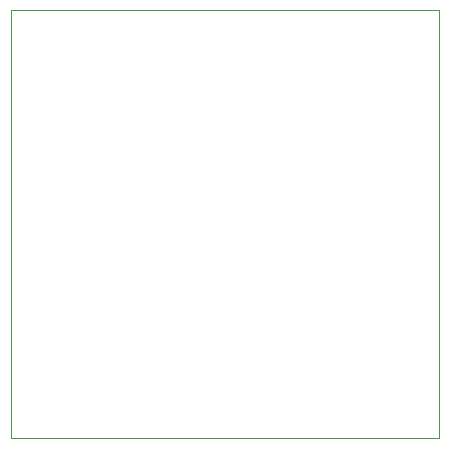
<source format=gbr>
G04 #@! TF.GenerationSoftware,KiCad,Pcbnew,(5.1.5)-3*
G04 #@! TF.CreationDate,2020-08-30T19:55:31+02:00*
G04 #@! TF.ProjectId,Drone_PCB,44726f6e-655f-4504-9342-2e6b69636164,rev?*
G04 #@! TF.SameCoordinates,Original*
G04 #@! TF.FileFunction,Profile,NP*
%FSLAX46Y46*%
G04 Gerber Fmt 4.6, Leading zero omitted, Abs format (unit mm)*
G04 Created by KiCad (PCBNEW (5.1.5)-3) date 2020-08-30 19:55:31*
%MOMM*%
%LPD*%
G04 APERTURE LIST*
%ADD10C,0.050000*%
G04 APERTURE END LIST*
D10*
X86746000Y-75189000D02*
X50546000Y-75189000D01*
X86746000Y-75189000D02*
X86746000Y-38989000D01*
X86746000Y-38989000D02*
X50546000Y-38989000D01*
X50546000Y-75189000D02*
X50546000Y-38989000D01*
M02*

</source>
